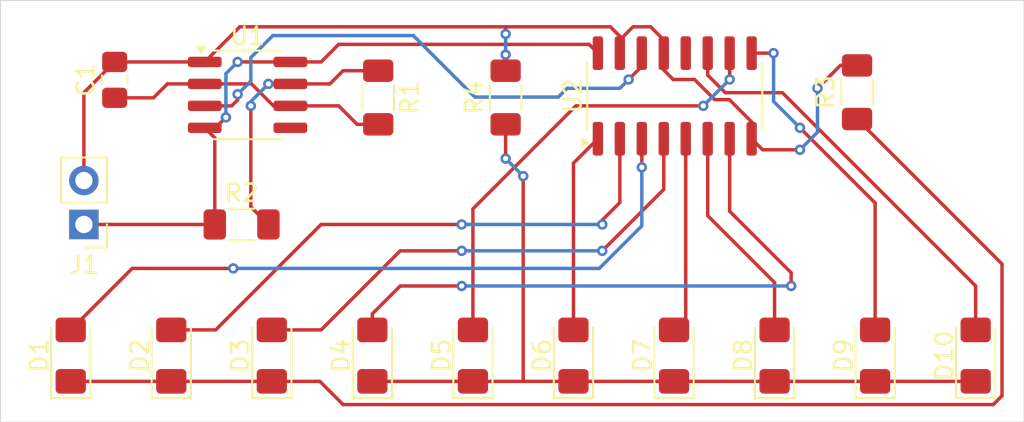
<source format=kicad_pcb>
(kicad_pcb (version 20240108) (generator "pcbnew") (generator_version "8.0")
  (layers (0 "F.Cu" signal) (31 "B.Cu" signal) (34 "B.Paste" user) (35 "F.Paste" user) (36 "B.SilkS" user "B.Silkscreen") (37 "F.SilkS" user "F.Silkscreen") (38 "B.Mask" user) (39 "F.Mask" user) (44 "Edge.Cuts" user))
  (net 0 "")
  (net 1 "GND")
  (net 2 "Net-(U1-THR)")
  (net 3 "Net-(D1-K)")
  (net 4 "Net-(D1-A)")
  (net 5 "Net-(D2-A)")
  (net 6 "Net-(D3-A)")
  (net 7 "Net-(D4-A)")
  (net 8 "Net-(D10-K)")
  (net 9 "Net-(D5-A)")
  (net 10 "Net-(D6-A)")
  (net 11 "Net-(D7-A)")
  (net 12 "Net-(D8-A)")
  (net 13 "Net-(D9-A)")
  (net 14 "Net-(D10-A)")
  (net 15 "+5V")
  (net 16 "Net-(U1-DIS)")
  (net 18 "Net-(U1-Q)")
  (footprint "LED_SMD:LED_1206_3216Metric_Pad1.42x1.75mm_HandSolder" (layer "F.Cu") (at 72.446439 43.9055 90)
    (property "Reference" "D8" (at 0 -1.82 -90) (layer "F.SilkS"))
    (property "Value" "LED")
    (fp_line (start 1.6 -1.135) (end -2.46 -1.135) (stroke (width 0.12)) (layer "F.SilkS"))
    (fp_line (start -2.46 -1.135) (end -2.46 1.135) (stroke (width 0.12)) (layer "F.SilkS"))
    (fp_line (start -2.46 1.135) (end 1.6 1.135) (stroke (width 0.12)) (layer "F.SilkS"))
    (pad "1" smd roundrect (at -1.4875 0 90) (size 1.425 1.75) (layers "F.Cu" "F.Paste" "F.Mask") (roundrect_rratio 0.175439) (net 8 "Net-(D10-K)"))
    (pad "2" smd roundrect (at 1.4875 0 90) (size 1.425 1.75) (layers "F.Cu" "F.Paste" "F.Mask") (roundrect_rratio 0.175439) (net 12 "Net-(D8-A)"))
  )
  (footprint "Resistor_SMD:R_1206_3216Metric_Pad1.30x1.75mm_HandSolder" (layer "F.Cu") (at 56.896 28.982 90)
    (property "Reference" "R4" (at 0 -1.82 -90) (layer "F.SilkS"))
    (property "Value" "320R")
    (fp_line (start -0.727064 -0.91) (end 0.727064 -0.91) (stroke (width 0.12)) (layer "F.SilkS"))
    (fp_line (start -0.727064 0.91) (end 0.727064 0.91) (stroke (width 0.12)) (layer "F.SilkS"))
    (pad "1" smd roundrect (at -1.55 0 90) (size 1.3 1.75) (layers "F.Cu" "F.Paste" "F.Mask") (roundrect_rratio 0.192308) (net 8 "Net-(D10-K)"))
    (pad "2" smd roundrect (at 1.55 0 90) (size 1.3 1.75) (layers "F.Cu" "F.Paste" "F.Mask") (roundrect_rratio 0.192308) (net 1 "GND"))
  )
  (footprint "LED_SMD:LED_1206_3216Metric_Pad1.42x1.75mm_HandSolder" (layer "F.Cu") (at 60.818885 43.9055 90)
    (property "Reference" "D6" (at 0 -1.82 -90) (layer "F.SilkS"))
    (property "Value" "LED")
    (fp_line (start 1.6 -1.135) (end -2.46 -1.135) (stroke (width 0.12)) (layer "F.SilkS"))
    (fp_line (start -2.46 -1.135) (end -2.46 1.135) (stroke (width 0.12)) (layer "F.SilkS"))
    (fp_line (start -2.46 1.135) (end 1.6 1.135) (stroke (width 0.12)) (layer "F.SilkS"))
    (pad "1" smd roundrect (at -1.4875 0 90) (size 1.425 1.75) (layers "F.Cu" "F.Paste" "F.Mask") (roundrect_rratio 0.175439) (net 8 "Net-(D10-K)"))
    (pad "2" smd roundrect (at 1.4875 0 90) (size 1.425 1.75) (layers "F.Cu" "F.Paste" "F.Mask") (roundrect_rratio 0.175439) (net 10 "Net-(D6-A)"))
  )
  (footprint "LED_SMD:LED_1206_3216Metric_Pad1.42x1.75mm_HandSolder" (layer "F.Cu") (at 49.191331 43.9055 90)
    (property "Reference" "D4" (at 0 -1.82 -90) (layer "F.SilkS"))
    (property "Value" "LED")
    (fp_line (start 1.6 -1.135) (end -2.46 -1.135) (stroke (width 0.12)) (layer "F.SilkS"))
    (fp_line (start -2.46 -1.135) (end -2.46 1.135) (stroke (width 0.12)) (layer "F.SilkS"))
    (fp_line (start -2.46 1.135) (end 1.6 1.135) (stroke (width 0.12)) (layer "F.SilkS"))
    (pad "1" smd roundrect (at -1.4875 0 90) (size 1.425 1.75) (layers "F.Cu" "F.Paste" "F.Mask") (roundrect_rratio 0.175439) (net 8 "Net-(D10-K)"))
    (pad "2" smd roundrect (at 1.4875 0 90) (size 1.425 1.75) (layers "F.Cu" "F.Paste" "F.Mask") (roundrect_rratio 0.175439) (net 7 "Net-(D4-A)"))
  )
  (footprint "Package_SO:SOIC-8_3.9x4.9mm_P1.27mm" (layer "F.Cu") (at 41.975 28.829)
    (property "Reference" "U1" (at 0 -3.4 0) (layer "F.SilkS"))
    (property "Value" "NE555P")
    (fp_line (start 0 -2.56) (end -1.95 -2.56) (stroke (width 0.12)) (layer "F.SilkS"))
    (fp_line (start 0 -2.56) (end 1.95 -2.56) (stroke (width 0.12)) (layer "F.SilkS"))
    (fp_line (start 0 2.56) (end -1.95 2.56) (stroke (width 0.12)) (layer "F.SilkS"))
    (fp_line (start 0 2.56) (end 1.95 2.56) (stroke (width 0.12)) (layer "F.SilkS"))
    (fp_poly (pts (xy -2.7 -2.465) (xy -2.94 -2.795) (xy -2.46 -2.795) (xy -2.7 -2.465)) (stroke (width 0.12)) (fill solid) (layer "F.SilkS"))
    (pad "1" smd roundrect (at -2.475 -1.905) (size 1.95 0.6) (layers "F.Cu" "F.Paste" "F.Mask") (net 1 "GND"))
    (pad "2" smd roundrect (at -2.475 -0.635) (size 1.95 0.6) (layers "F.Cu" "F.Paste" "F.Mask") (net 2 "Net-(U1-THR)"))
    (pad "3" smd roundrect (at -2.475 0.635) (size 1.95 0.6) (layers "F.Cu" "F.Paste" "F.Mask") (net 18 "Net-(U1-Q)"))
    (pad "4" smd roundrect (at -2.475 1.905) (size 1.95 0.6) (layers "F.Cu" "F.Paste" "F.Mask") (net 15 "+5V"))
    (pad "5" smd roundrect (at 2.475 1.905) (size 1.95 0.6) (layers "F.Cu" "F.Paste" "F.Mask"))
    (pad "6" smd roundrect (at 2.475 0.635) (size 1.95 0.6) (layers "F.Cu" "F.Paste" "F.Mask") (net 2 "Net-(U1-THR)"))
    (pad "7" smd roundrect (at 2.475 -0.635) (size 1.95 0.6) (layers "F.Cu" "F.Paste" "F.Mask") (net 16 "Net-(U1-DIS)"))
    (pad "8" smd roundrect (at 2.475 -1.905) (size 1.95 0.6) (layers "F.Cu" "F.Paste" "F.Mask") (net 15 "+5V"))
  )
  (footprint "Capacitor_SMD:C_0805_2012Metric_Pad1.18x1.45mm_HandSolder" (layer "F.Cu") (at 34.29 27.9615 90)
    (property "Reference" "C1" (at 0 -1.68 -90) (layer "F.SilkS"))
    (property "Value" "1uF")
    (fp_line (start -0.261252 -0.735) (end 0.261252 -0.735) (stroke (width 0.12)) (layer "F.SilkS"))
    (fp_line (start -0.261252 0.735) (end 0.261252 0.735) (stroke (width 0.12)) (layer "F.SilkS"))
    (pad "1" smd roundrect (at -1.0375 0 90) (size 1.175 1.45) (layers "F.Cu" "F.Paste" "F.Mask") (roundrect_rratio 0.212766) (net 2 "Net-(U1-THR)"))
    (pad "2" smd roundrect (at 1.0375 0 90) (size 1.175 1.45) (layers "F.Cu" "F.Paste" "F.Mask") (roundrect_rratio 0.212766) (net 1 "GND"))
  )
  (footprint "LED_SMD:LED_1206_3216Metric_Pad1.42x1.75mm_HandSolder" (layer "F.Cu") (at 43.377554 43.9055 90)
    (property "Reference" "D3" (at 0 -1.82 -90) (layer "F.SilkS"))
    (property "Value" "LED")
    (fp_line (start 1.6 -1.135) (end -2.46 -1.135) (stroke (width 0.12)) (layer "F.SilkS"))
    (fp_line (start -2.46 -1.135) (end -2.46 1.135) (stroke (width 0.12)) (layer "F.SilkS"))
    (fp_line (start -2.46 1.135) (end 1.6 1.135) (stroke (width 0.12)) (layer "F.SilkS"))
    (pad "1" smd roundrect (at -1.4875 0 90) (size 1.425 1.75) (layers "F.Cu" "F.Paste" "F.Mask") (roundrect_rratio 0.175439) (net 3 "Net-(D1-K)"))
    (pad "2" smd roundrect (at 1.4875 0 90) (size 1.425 1.75) (layers "F.Cu" "F.Paste" "F.Mask") (roundrect_rratio 0.175439) (net 6 "Net-(D3-A)"))
  )
  (footprint "LED_SMD:LED_1206_3216Metric_Pad1.42x1.75mm_HandSolder" (layer "F.Cu") (at 78.260216 43.9055 90)
    (property "Reference" "D9" (at 0 -1.82 -90) (layer "F.SilkS"))
    (property "Value" "LED")
    (fp_line (start 1.6 -1.135) (end -2.46 -1.135) (stroke (width 0.12)) (layer "F.SilkS"))
    (fp_line (start -2.46 -1.135) (end -2.46 1.135) (stroke (width 0.12)) (layer "F.SilkS"))
    (fp_line (start -2.46 1.135) (end 1.6 1.135) (stroke (width 0.12)) (layer "F.SilkS"))
    (pad "1" smd roundrect (at -1.4875 0 90) (size 1.425 1.75) (layers "F.Cu" "F.Paste" "F.Mask") (roundrect_rratio 0.175439) (net 8 "Net-(D10-K)"))
    (pad "2" smd roundrect (at 1.4875 0 90) (size 1.425 1.75) (layers "F.Cu" "F.Paste" "F.Mask") (roundrect_rratio 0.175439) (net 13 "Net-(D9-A)"))
  )
  (footprint "Package_SO:SOIC-16_3.9x9.9mm_P1.27mm" (layer "F.Cu") (at 66.675 28.891 90)
    (property "Reference" "U2" (at 0 -5.9 -90) (layer "F.SilkS"))
    (property "Value" "4017")
    (fp_line (start 0 -5.06) (end 1.95 -5.06) (stroke (width 0.12)) (layer "F.SilkS"))
    (fp_line (start 0 -5.06) (end -1.95 -5.06) (stroke (width 0.12)) (layer "F.SilkS"))
    (fp_line (start 0 5.06) (end 1.95 5.06) (stroke (width 0.12)) (layer "F.SilkS"))
    (fp_line (start 0 5.06) (end -1.95 5.06) (stroke (width 0.12)) (layer "F.SilkS"))
    (fp_poly (pts (xy -2.7 -5.005) (xy -2.94 -5.335) (xy -2.46 -5.335) (xy -2.7 -5.005)) (stroke (width 0.12)) (fill solid) (layer "F.SilkS"))
    (pad "1" smd roundrect (at -2.475 -4.445 90) (size 1.95 0.6) (layers "F.Cu" "F.Paste" "F.Mask") (net 10 "Net-(D6-A)"))
    (pad "2" smd roundrect (at -2.475 -3.175 90) (size 1.95 0.6) (layers "F.Cu" "F.Paste" "F.Mask") (net 5 "Net-(D2-A)"))
    (pad "3" smd roundrect (at -2.475 -1.905 90) (size 1.95 0.6) (layers "F.Cu" "F.Paste" "F.Mask") (net 4 "Net-(D1-A)"))
    (pad "4" smd roundrect (at -2.475 -0.635 90) (size 1.95 0.6) (layers "F.Cu" "F.Paste" "F.Mask") (net 6 "Net-(D3-A)"))
    (pad "5" smd roundrect (at -2.475 0.635 90) (size 1.95 0.6) (layers "F.Cu" "F.Paste" "F.Mask") (net 11 "Net-(D7-A)"))
    (pad "6" smd roundrect (at -2.475 1.905 90) (size 1.95 0.6) (layers "F.Cu" "F.Paste" "F.Mask") (net 12 "Net-(D8-A)"))
    (pad "7" smd roundrect (at -2.475 3.175 90) (size 1.95 0.6) (layers "F.Cu" "F.Paste" "F.Mask") (net 7 "Net-(D4-A)"))
    (pad "8" smd roundrect (at -2.475 4.445 90) (size 1.95 0.6) (layers "F.Cu" "F.Paste" "F.Mask") (net 1 "GND"))
    (pad "9" smd roundrect (at 2.475 4.445 90) (size 1.95 0.6) (layers "F.Cu" "F.Paste" "F.Mask") (net 13 "Net-(D9-A)"))
    (pad "10" smd roundrect (at 2.475 3.175 90) (size 1.95 0.6) (layers "F.Cu" "F.Paste" "F.Mask") (net 9 "Net-(D5-A)"))
    (pad "11" smd roundrect (at 2.475 1.905 90) (size 1.95 0.6) (layers "F.Cu" "F.Paste" "F.Mask") (net 14 "Net-(D10-A)"))
    (pad "12" smd roundrect (at 2.475 0.635 90) (size 1.95 0.6) (layers "F.Cu" "F.Paste" "F.Mask"))
    (pad "13" smd roundrect (at 2.475 -0.635 90) (size 1.95 0.6) (layers "F.Cu" "F.Paste" "F.Mask") (net 1 "GND"))
    (pad "14" smd roundrect (at 2.475 -1.905 90) (size 1.95 0.6) (layers "F.Cu" "F.Paste" "F.Mask") (net 18 "Net-(U1-Q)"))
    (pad "15" smd roundrect (at 2.475 -3.175 90) (size 1.95 0.6) (layers "F.Cu" "F.Paste" "F.Mask") (net 1 "GND"))
    (pad "16" smd roundrect (at 2.475 -4.445 90) (size 1.95 0.6) (layers "F.Cu" "F.Paste" "F.Mask") (net 15 "+5V"))
  )
  (footprint "Resistor_SMD:R_1206_3216Metric_Pad1.30x1.75mm_HandSolder" (layer "F.Cu") (at 77.216 28.676 90)
    (property "Reference" "R3" (at 0 -1.82 -90) (layer "F.SilkS"))
    (property "Value" "150R")
    (fp_line (start -0.727064 -0.91) (end 0.727064 -0.91) (stroke (width 0.12)) (layer "F.SilkS"))
    (fp_line (start -0.727064 0.91) (end 0.727064 0.91) (stroke (width 0.12)) (layer "F.SilkS"))
    (pad "1" smd roundrect (at -1.55 0 90) (size 1.3 1.75) (layers "F.Cu" "F.Paste" "F.Mask") (roundrect_rratio 0.192308) (net 3 "Net-(D1-K)"))
    (pad "2" smd roundrect (at 1.55 0 90) (size 1.3 1.75) (layers "F.Cu" "F.Paste" "F.Mask") (roundrect_rratio 0.192308) (net 1 "GND"))
  )
  (footprint "Resistor_SMD:R_1206_3216Metric_Pad1.30x1.75mm_HandSolder" (layer "F.Cu") (at 41.63 36.322)
    (property "Reference" "R2" (at 0 -1.82 0) (layer "F.SilkS"))
    (property "Value" "1K")
    (fp_line (start -0.727064 -0.91) (end 0.727064 -0.91) (stroke (width 0.12)) (layer "F.SilkS"))
    (fp_line (start -0.727064 0.91) (end 0.727064 0.91) (stroke (width 0.12)) (layer "F.SilkS"))
    (pad "1" smd roundrect (at -1.55 0) (size 1.3 1.75) (layers "F.Cu" "F.Paste" "F.Mask") (roundrect_rratio 0.192308) (net 15 "+5V"))
    (pad "2" smd roundrect (at 1.55 0) (size 1.3 1.75) (layers "F.Cu" "F.Paste" "F.Mask") (roundrect_rratio 0.192308) (net 16 "Net-(U1-DIS)"))
  )
  (footprint "Connector_PinHeader_2.54mm:PinHeader_1x02_P2.54mm_Vertical" (layer "F.Cu") (at 32.512 36.322 180)
    (property "Reference" "J1" (at 0 -2.33 180) (layer "F.SilkS"))
    (property "Value" "Conn_01x02")
    (fp_line (start 1.33 1.27) (end 1.33 3.87) (stroke (width 0.12)) (layer "F.SilkS"))
    (fp_line (start -1.33 3.87) (end 1.33 3.87) (stroke (width 0.12)) (layer "F.SilkS"))
    (fp_line (start -1.33 1.27) (end 1.33 1.27) (stroke (width 0.12)) (layer "F.SilkS"))
    (fp_line (start -1.33 1.27) (end -1.33 3.87) (stroke (width 0.12)) (layer "F.SilkS"))
    (fp_line (start -1.33 0) (end -1.33 -1.33) (stroke (width 0.12)) (layer "F.SilkS"))
    (fp_line (start -1.33 -1.33) (end 0 -1.33) (stroke (width 0.12)) (layer "F.SilkS"))
    (pad "1" thru_hole rect (at 0 0 180) (size 1.7 1.7) (drill 1) (layers "*.Cu" "*.Mask") (net 15 "+5V"))
    (pad "2" thru_hole oval (at 0 2.54 180) (size 1.7 1.7) (drill 1) (layers "*.Cu" "*.Mask") (net 1 "GND"))
  )
  (footprint "LED_SMD:LED_1206_3216Metric_Pad1.42x1.75mm_HandSolder" (layer "F.Cu") (at 55.005108 43.9055 90)
    (property "Reference" "D5" (at 0 -1.82 -90) (layer "F.SilkS"))
    (property "Value" "LED")
    (fp_line (start 1.6 -1.135) (end -2.46 -1.135) (stroke (width 0.12)) (layer "F.SilkS"))
    (fp_line (start -2.46 -1.135) (end -2.46 1.135) (stroke (width 0.12)) (layer "F.SilkS"))
    (fp_line (start -2.46 1.135) (end 1.6 1.135) (stroke (width 0.12)) (layer "F.SilkS"))
    (pad "1" smd roundrect (at -1.4875 0 90) (size 1.425 1.75) (layers "F.Cu" "F.Paste" "F.Mask") (roundrect_rratio 0.175439) (net 8 "Net-(D10-K)"))
    (pad "2" smd roundrect (at 1.4875 0 90) (size 1.425 1.75) (layers "F.Cu" "F.Paste" "F.Mask") (roundrect_rratio 0.175439) (net 9 "Net-(D5-A)"))
  )
  (footprint "LED_SMD:LED_1206_3216Metric_Pad1.42x1.75mm_HandSolder" (layer "F.Cu") (at 37.563777 43.9055 90)
    (property "Reference" "D2" (at 0 -1.82 -90) (layer "F.SilkS"))
    (property "Value" "LED")
    (fp_line (start 1.6 -1.135) (end -2.46 -1.135) (stroke (width 0.12)) (layer "F.SilkS"))
    (fp_line (start -2.46 -1.135) (end -2.46 1.135) (stroke (width 0.12)) (layer "F.SilkS"))
    (fp_line (start -2.46 1.135) (end 1.6 1.135) (stroke (width 0.12)) (layer "F.SilkS"))
    (pad "1" smd roundrect (at -1.4875 0 90) (size 1.425 1.75) (layers "F.Cu" "F.Paste" "F.Mask") (roundrect_rratio 0.175439) (net 3 "Net-(D1-K)"))
    (pad "2" smd roundrect (at 1.4875 0 90) (size 1.425 1.75) (layers "F.Cu" "F.Paste" "F.Mask") (roundrect_rratio 0.175439) (net 5 "Net-(D2-A)"))
  )
  (footprint "LED_SMD:LED_1206_3216Metric_Pad1.42x1.75mm_HandSolder" (layer "F.Cu") (at 31.75 43.9055 90)
    (property "Reference" "D1" (at 0 -1.82 -90) (layer "F.SilkS"))
    (property "Value" "LED's")
    (fp_line (start 1.6 -1.135) (end -2.46 -1.135) (stroke (width 0.12)) (layer "F.SilkS"))
    (fp_line (start -2.46 -1.135) (end -2.46 1.135) (stroke (width 0.12)) (layer "F.SilkS"))
    (fp_line (start -2.46 1.135) (end 1.6 1.135) (stroke (width 0.12)) (layer "F.SilkS"))
    (pad "1" smd roundrect (at -1.4875 0 90) (size 1.425 1.75) (layers "F.Cu" "F.Paste" "F.Mask") (roundrect_rratio 0.175439) (net 3 "Net-(D1-K)"))
    (pad "2" smd roundrect (at 1.4875 0 90) (size 1.425 1.75) (layers "F.Cu" "F.Paste" "F.Mask") (roundrect_rratio 0.175439) (net 4 "Net-(D1-A)"))
  )
  (footprint "LED_SMD:LED_1206_3216Metric_Pad1.42x1.75mm_HandSolder" (layer "F.Cu") (at 66.632662 43.9055 90)
    (property "Reference" "D7" (at 0 -1.82 -90) (layer "F.SilkS"))
    (property "Value" "LED")
    (fp_line (start 1.6 -1.135) (end -2.46 -1.135) (stroke (width 0.12)) (layer "F.SilkS"))
    (fp_line (start -2.46 -1.135) (end -2.46 1.135) (stroke (width 0.12)) (layer "F.SilkS"))
    (fp_line (start -2.46 1.135) (end 1.6 1.135) (stroke (width 0.12)) (layer "F.SilkS"))
    (pad "1" smd roundrect (at -1.4875 0 90) (size 1.425 1.75) (layers "F.Cu" "F.Paste" "F.Mask") (roundrect_rratio 0.175439) (net 8 "Net-(D10-K)"))
    (pad "2" smd roundrect (at 1.4875 0 90) (size 1.425 1.75) (layers "F.Cu" "F.Paste" "F.Mask") (roundrect_rratio 0.175439) (net 11 "Net-(D7-A)"))
  )
  (footprint "LED_SMD:LED_1206_3216Metric_Pad1.42x1.75mm_HandSolder" (layer "F.Cu") (at 84.074 43.9055 90)
    (property "Reference" "D10" (at 0 -1.82 -90) (layer "F.SilkS"))
    (property "Value" "LED")
    (fp_line (start 1.6 -1.135) (end -2.46 -1.135) (stroke (width 0.12)) (layer "F.SilkS"))
    (fp_line (start -2.46 -1.135) (end -2.46 1.135) (stroke (width 0.12)) (layer "F.SilkS"))
    (fp_line (start -2.46 1.135) (end 1.6 1.135) (stroke (width 0.12)) (layer "F.SilkS"))
    (pad "1" smd roundrect (at -1.4875 0 90) (size 1.425 1.75) (layers "F.Cu" "F.Paste" "F.Mask") (roundrect_rratio 0.175439) (net 8 "Net-(D10-K)"))
    (pad "2" smd roundrect (at 1.4875 0 90) (size 1.425 1.75) (layers "F.Cu" "F.Paste" "F.Mask") (roundrect_rratio 0.175439) (net 14 "Net-(D10-A)"))
  )
  (footprint "Resistor_SMD:R_1206_3216Metric_Pad1.30x1.75mm_HandSolder" (layer "F.Cu") (at 49.53 28.982 -90)
    (property "Reference" "R1" (at 0 -1.82 90) (layer "F.SilkS"))
    (property "Value" "47K")
    (fp_line (start -0.727064 0.91) (end 0.727064 0.91) (stroke (width 0.12)) (layer "F.SilkS"))
    (fp_line (start -0.727064 -0.91) (end 0.727064 -0.91) (stroke (width 0.12)) (layer "F.SilkS"))
    (pad "1" smd roundrect (at -1.55 0 270) (size 1.3 1.75) (layers "F.Cu" "F.Paste" "F.Mask") (roundrect_rratio 0.192308) (net 16 "Net-(U1-DIS)"))
    (pad "2" smd roundrect (at 1.55 0 270) (size 1.3 1.75) (layers "F.Cu" "F.Paste" "F.Mask") (roundrect_rratio 0.192308) (net 2 "Net-(U1-THR)"))
  )
  (gr_rect (start 27.686 23.368) (end 86.868 47.752) (stroke (width 0.05)) (fill none) (layer "Edge.Cuts"))
  (segment (start 65.278 24.892) (end 66.04 25.654) (width 0.2) (layer "F.Cu") (net 1))
  (segment (start 66.589001 27.94) (end 66.04 27.390999) (width 0.2) (layer "F.Cu") (net 1))
  (segment (start 63.5 25.441001) (end 62.950999 24.892) (width 0.2) (layer "F.Cu") (net 1))
  (segment (start 73.914 32.004) (end 71.758 32.004) (width 0.2) (layer "F.Cu") (net 1))
  (segment (start 56.896 27.432) (end 56.896 26.508) (width 0.2) (layer "F.Cu") (net 1))
  (segment (start 64.262 24.892) (end 65.278 24.892) (width 0.2) (layer "F.Cu") (net 1))
  (segment (start 63.5 25.654) (end 64.262 24.892) (width 0.2) (layer "F.Cu") (net 1))
  (segment (start 77.216 27.126) (end 76.252 27.126) (width 0.2) (layer "F.Cu") (net 1))
  (segment (start 56.896 25.308) (end 56.896 24.892) (width 0.2) (layer "F.Cu") (net 1))
  (segment (start 41.532 24.892) (end 39.5 26.924) (width 0.2) (layer "F.Cu") (net 1))
  (segment (start 63.5 26.416) (end 63.5 25.441001) (width 0.2) (layer "F.Cu") (net 1))
  (segment (start 62.950999 24.892) (end 56.896 24.892) (width 0.2) (layer "F.Cu") (net 1))
  (segment (start 56.896 24.892) (end 41.532 24.892) (width 0.2) (layer "F.Cu") (net 1))
  (segment (start 32.512 33.782) (end 32.512 28.702) (width 0.2) (layer "F.Cu") (net 1))
  (segment (start 71.12 30.391001) (end 69.830999 29.102) (width 0.2) (layer "F.Cu") (net 1))
  (segment (start 71.12 31.366) (end 71.12 30.391001) (width 0.2) (layer "F.Cu") (net 1))
  (segment (start 66.04 25.654) (end 66.04 26.416) (width 0.2) (layer "F.Cu") (net 1))
  (segment (start 68.98 29.102) (end 67.818 27.94) (width 0.2) (layer "F.Cu") (net 1))
  (segment (start 69.830999 29.102) (end 68.98 29.102) (width 0.2) (layer "F.Cu") (net 1))
  (segment (start 63.5 26.416) (end 63.5 25.654) (width 0.2) (layer "F.Cu") (net 1))
  (segment (start 76.252 27.126) (end 74.93 28.448) (width 0.2) (layer "F.Cu") (net 1))
  (segment (start 67.818 27.94) (end 66.589001 27.94) (width 0.2) (layer "F.Cu") (net 1))
  (segment (start 71.758 32.004) (end 71.12 31.366) (width 0.2) (layer "F.Cu") (net 1))
  (segment (start 39.5 26.924) (end 34.29 26.924) (width 0.2) (layer "F.Cu") (net 1))
  (segment (start 32.512 28.702) (end 34.29 26.924) (width 0.2) (layer "F.Cu") (net 1))
  (segment (start 66.04 27.390999) (end 66.04 26.416) (width 0.2) (layer "F.Cu") (net 1))
  (via (at 73.914 32.004) (size 0.6) (drill 0.3) (layers "F.Cu" "B.Cu") (net 1))
  (via (at 56.896 26.508) (size 0.6) (drill 0.3) (layers "F.Cu" "B.Cu") (net 1))
  (via (at 56.896 25.308) (size 0.6) (drill 0.3) (layers "F.Cu" "B.Cu") (net 1))
  (via (at 74.93 28.448) (size 0.6) (drill 0.3) (layers "F.Cu" "B.Cu") (net 1))
  (segment (start 74.93 28.448) (end 74.93 30.988) (width 0.2) (layer "B.Cu") (net 1))
  (segment (start 56.896 26.508) (end 56.896 25.308) (width 0.2) (layer "B.Cu") (net 1))
  (segment (start 74.93 30.988) (end 73.914 32.004) (width 0.2) (layer "B.Cu") (net 1))
  (segment (start 36.533 28.999) (end 37.338 28.194) (width 0.2) (layer "F.Cu") (net 2))
  (segment (start 47.244 29.464) (end 44.45 29.464) (width 0.2) (layer "F.Cu") (net 2))
  (segment (start 49.53 30.532) (end 48.312 30.532) (width 0.2) (layer "F.Cu") (net 2))
  (segment (start 42.205001 28.194) (end 39.5 28.194) (width 0.2) (layer "F.Cu") (net 2))
  (segment (start 34.29 28.999) (end 36.533 28.999) (width 0.2) (layer "F.Cu") (net 2))
  (segment (start 48.312 30.532) (end 47.244 29.464) (width 0.2) (layer "F.Cu") (net 2))
  (segment (start 37.338 28.194) (end 39.5 28.194) (width 0.2) (layer "F.Cu") (net 2))
  (segment (start 43.475001 29.464) (end 42.205001 28.194) (width 0.2) (layer "F.Cu") (net 2))
  (segment (start 44.45 29.464) (end 43.475001 29.464) (width 0.2) (layer "F.Cu") (net 2))
  (segment (start 85.598 46.228) (end 85.598 38.608) (width 0.2) (layer "F.Cu") (net 3))
  (segment (start 43.377554 45.393) (end 46.155 45.393) (width 0.2) (layer "F.Cu") (net 3))
  (segment (start 47.498 46.736) (end 85.09 46.736) (width 0.2) (layer "F.Cu") (net 3))
  (segment (start 31.75 45.393) (end 37.563777 45.393) (width 0.2) (layer "F.Cu") (net 3))
  (segment (start 85.598 38.608) (end 77.216 30.226) (width 0.2) (layer "F.Cu") (net 3))
  (segment (start 46.155 45.393) (end 47.498 46.736) (width 0.2) (layer "F.Cu") (net 3))
  (segment (start 43.377554 45.393) (end 37.563777 45.393) (width 0.2) (layer "F.Cu") (net 3))
  (segment (start 85.09 46.736) (end 85.598 46.228) (width 0.2) (layer "F.Cu") (net 3))
  (segment (start 35.306 38.862) (end 41.148 38.862) (width 0.2) (layer "F.Cu") (net 4))
  (segment (start 64.77 33.02) (end 64.77 31.366) (width 0.2) (layer "F.Cu") (net 4))
  (segment (start 31.75 42.418) (end 35.306 38.862) (width 0.2) (layer "F.Cu") (net 4))
  (via (at 64.77 33.02) (size 0.6) (drill 0.3) (layers "F.Cu" "B.Cu") (net 4))
  (via (at 41.148 38.862) (size 0.6) (drill 0.3) (layers "F.Cu" "B.Cu") (net 4))
  (segment (start 62.316529 38.862) (end 64.77 36.408529) (width 0.2) (layer "B.Cu") (net 4))
  (segment (start 41.148 38.862) (end 62.316529 38.862) (width 0.2) (layer "B.Cu") (net 4))
  (segment (start 64.77 36.408529) (end 64.77 33.02) (width 0.2) (layer "B.Cu") (net 4))
  (segment (start 40.132 42.418) (end 46.228 36.322) (width 0.2) (layer "F.Cu") (net 5))
  (segment (start 62.484 36.068) (end 63.5 35.052) (width 0.2) (layer "F.Cu") (net 5))
  (segment (start 63.5 35.052) (end 63.5 31.366) (width 0.2) (layer "F.Cu") (net 5))
  (segment (start 37.563777 42.418) (end 40.132 42.418) (width 0.2) (layer "F.Cu") (net 5))
  (segment (start 62.484 36.322) (end 62.484 36.068) (width 0.2) (layer "F.Cu") (net 5))
  (segment (start 46.228 36.322) (end 54.356 36.322) (width 0.2) (layer "F.Cu") (net 5))
  (via (at 54.356 36.322) (size 0.6) (drill 0.3) (layers "F.Cu" "B.Cu") (net 5))
  (via (at 62.484 36.322) (size 0.6) (drill 0.3) (layers "F.Cu" "B.Cu") (net 5))
  (segment (start 54.356 36.322) (end 62.484 36.322) (width 0.2) (layer "B.Cu") (net 5))
  (segment (start 50.8 37.846) (end 54.356 37.846) (width 0.2) (layer "F.Cu") (net 6))
  (segment (start 66.04 34.29) (end 66.04 31.366) (width 0.2) (layer "F.Cu") (net 6))
  (segment (start 62.484 37.846) (end 66.04 34.29) (width 0.2) (layer "F.Cu") (net 6))
  (segment (start 43.377554 42.418) (end 46.228 42.418) (width 0.2) (layer "F.Cu") (net 6))
  (segment (start 46.228 42.418) (end 50.8 37.846) (width 0.2) (layer "F.Cu") (net 6))
  (via (at 54.356 37.846) (size 0.6) (drill 0.3) (layers "F.Cu" "B.Cu") (net 6))
  (via (at 62.484 37.846) (size 0.6) (drill 0.3) (layers "F.Cu" "B.Cu") (net 6))
  (segment (start 54.356 37.846) (end 62.484 37.846) (width 0.2) (layer "B.Cu") (net 6))
  (segment (start 69.85 35.56) (end 69.85 31.366) (width 0.2) (layer "F.Cu") (net 7))
  (segment (start 73.406 39.116) (end 69.85 35.56) (width 0.2) (layer "F.Cu") (net 7))
  (segment (start 50.8 39.878) (end 54.356 39.878) (width 0.2) (layer "F.Cu") (net 7))
  (segment (start 49.191331 41.486669) (end 50.8 39.878) (width 0.2) (layer "F.Cu") (net 7))
  (segment (start 49.191331 42.418) (end 49.191331 41.486669) (width 0.2) (layer "F.Cu") (net 7))
  (segment (start 73.406 39.878) (end 73.406 39.116) (width 0.2) (layer "F.Cu") (net 7))
  (via (at 73.406 39.878) (size 0.6) (drill 0.3) (layers "F.Cu" "B.Cu") (net 7))
  (via (at 54.356 39.878) (size 0.6) (drill 0.3) (layers "F.Cu" "B.Cu") (net 7))
  (segment (start 54.356 39.878) (end 73.406 39.878) (width 0.2) (layer "B.Cu") (net 7))
  (segment (start 49.191331 45.393) (end 55.005108 45.393) (width 0.2) (layer "F.Cu") (net 8))
  (segment (start 66.632662 45.393) (end 72.446439 45.393) (width 0.2) (layer "F.Cu") (net 8))
  (segment (start 55.005108 45.393) (end 57.912 45.393) (width 0.2) (layer "F.Cu") (net 8))
  (segment (start 84.074 45.393) (end 78.260216 45.393) (width 0.2) (layer "F.Cu") (net 8))
  (segment (start 78.260216 45.393) (end 72.446439 45.393) (width 0.2) (layer "F.Cu") (net 8))
  (segment (start 57.912 45.393) (end 60.818885 45.393) (width 0.2) (layer "F.Cu") (net 8))
  (segment (start 56.896 30.532) (end 56.896 32.512) (width 0.2) (layer "F.Cu") (net 8))
  (segment (start 60.818885 45.393) (end 66.632662 45.393) (width 0.2) (layer "F.Cu") (net 8))
  (segment (start 57.912 33.528) (end 57.912 45.393) (width 0.2) (layer "F.Cu") (net 8))
  (via (at 57.912 33.528) (size 0.6) (drill 0.3) (layers "F.Cu" "B.Cu") (net 8))
  (via (at 56.896 32.512) (size 0.6) (drill 0.3) (layers "F.Cu" "B.Cu") (net 8))
  (segment (start 56.896 32.512) (end 57.912 33.528) (width 0.2) (layer "B.Cu") (net 8))
  (segment (start 55.005108 42.418) (end 55.005108 35.418892) (width 0.2) (layer "F.Cu") (net 9))
  (segment (start 60.96 29.464) (end 68.326 29.464) (width 0.2) (layer "F.Cu") (net 9))
  (segment (start 69.85 27.94) (end 69.85 26.416) (width 0.2) (layer "F.Cu") (net 9))
  (segment (start 55.005108 35.418892) (end 60.96 29.464) (width 0.2) (layer "F.Cu") (net 9))
  (via (at 69.85 27.94) (size 0.6) (drill 0.3) (layers "F.Cu" "B.Cu") (net 9))
  (via (at 68.326 29.464) (size 0.6) (drill 0.3) (layers "F.Cu" "B.Cu") (net 9))
  (segment (start 68.326 29.464) (end 69.85 27.94) (width 0.2) (layer "B.Cu") (net 9))
  (segment (start 60.818885 32.777115) (end 62.23 31.366) (width 0.2) (layer "F.Cu") (net 10))
  (segment (start 60.818885 42.418) (end 60.818885 32.777115) (width 0.2) (layer "F.Cu") (net 10))
  (segment (start 67.31 41.740662) (end 67.31 31.366) (width 0.2) (layer "F.Cu") (net 11))
  (segment (start 66.632662 42.418) (end 67.31 41.740662) (width 0.2) (layer "F.Cu") (net 11))
  (segment (start 72.446439 39.680439) (end 68.58 35.814) (width 0.2) (layer "F.Cu") (net 12))
  (segment (start 72.446439 42.418) (end 72.446439 39.680439) (width 0.2) (layer "F.Cu") (net 12))
  (segment (start 68.58 35.814) (end 68.58 31.366) (width 0.2) (layer "F.Cu") (net 12))
  (segment (start 78.260216 35.080216) (end 73.914 30.734) (width 0.2) (layer "F.Cu") (net 13))
  (segment (start 72.39 26.416) (end 71.12 26.416) (width 0.2) (layer "F.Cu") (net 13))
  (segment (start 78.260216 42.418) (end 78.260216 35.080216) (width 0.2) (layer "F.Cu") (net 13))
  (via (at 73.914 30.734) (size 0.6) (drill 0.3) (layers "F.Cu" "B.Cu") (net 13))
  (via (at 72.39 26.416) (size 0.6) (drill 0.3) (layers "F.Cu" "B.Cu") (net 13))
  (segment (start 72.39 29.21) (end 72.39 26.416) (width 0.2) (layer "B.Cu") (net 13))
  (segment (start 73.914 30.734) (end 72.39 29.21) (width 0.2) (layer "B.Cu") (net 13))
  (segment (start 68.58 26.416) (end 68.58 27.686) (width 0.2) (layer "F.Cu") (net 14))
  (segment (start 69.596 28.702) (end 72.898 28.702) (width 0.2) (layer "F.Cu") (net 14))
  (segment (start 68.58 27.686) (end 69.596 28.702) (width 0.2) (layer "F.Cu") (net 14))
  (segment (start 84.074 39.878) (end 84.074 42.418) (width 0.2) (layer "F.Cu") (net 14))
  (segment (start 72.898 28.702) (end 84.074 39.878) (width 0.2) (layer "F.Cu") (net 14))
  (segment (start 40.118456 30.734) (end 40.722653 30.129803) (width 0.2) (layer "F.Cu") (net 15))
  (segment (start 40.08 31.314) (end 39.5 30.734) (width 0.2) (layer "F.Cu") (net 15))
  (segment (start 44.45 26.924) (end 46.228 26.924) (width 0.2) (layer "F.Cu") (net 15))
  (segment (start 32.512 36.322) (end 40.08 36.322) (width 0.2) (layer "F.Cu") (net 15))
  (segment (start 41.402 26.924) (end 44.45 26.924) (width 0.2) (layer "F.Cu") (net 15))
  (segment (start 46.228 26.924) (end 47.244 25.908) (width 0.2) (layer "F.Cu") (net 15))
  (segment (start 39.5 30.734) (end 40.118456 30.734) (width 0.2) (layer "F.Cu") (net 15))
  (segment (start 40.08 36.322) (end 40.08 31.314) (width 0.2) (layer "F.Cu") (net 15))
  (segment (start 47.244 25.908) (end 61.722 25.908) (width 0.2) (layer "F.Cu") (net 15))
  (segment (start 61.722 25.908) (end 62.23 26.416) (width 0.2) (layer "F.Cu") (net 15))
  (via (at 40.722653 30.129803) (size 0.6) (drill 0.3) (layers "F.Cu" "B.Cu") (net 15))
  (via (at 41.402 26.924) (size 0.6) (drill 0.3) (layers "F.Cu" "B.Cu") (net 15))
  (segment (start 40.722653 27.603347) (end 41.402 26.924) (width 0.2) (layer "B.Cu") (net 15))
  (segment (start 40.722653 30.129803) (end 40.722653 27.603347) (width 0.2) (layer "B.Cu") (net 15))
  (segment (start 42.164 35.306) (end 42.164 29.464) (width 0.2) (layer "F.Cu") (net 16))
  (segment (start 47.498 27.432) (end 46.736 28.194) (width 0.2) (layer "F.Cu") (net 16))
  (segment (start 49.53 27.432) (end 47.498 27.432) (width 0.2) (layer "F.Cu") (net 16))
  (segment (start 46.736 28.194) (end 44.45 28.194) (width 0.2) (layer "F.Cu") (net 16))
  (segment (start 43.18 36.322) (end 42.164 35.306) (width 0.2) (layer "F.Cu") (net 16))
  (segment (start 43.18 28.194) (end 44.45 28.194) (width 0.2) (layer "F.Cu") (net 16))
  (via (at 43.18 28.194) (size 0.6) (drill 0.3) (layers "F.Cu" "B.Cu") (net 16))
  (via (at 42.164 29.464) (size 0.6) (drill 0.3) (layers "F.Cu" "B.Cu") (net 16))
  (segment (start 42.164 29.464) (end 42.164 29.21) (width 0.2) (layer "B.Cu") (net 16))
  (segment (start 42.164 29.21) (end 43.18 28.194) (width 0.2) (layer "B.Cu") (net 16))
  (segment (start 39.5 29.464) (end 41.056 29.464) (width 0.2) (layer "F.Cu") (net 18))
  (segment (start 64.008 27.94) (end 64.77 27.178) (width 0.2) (layer "F.Cu") (net 18))
  (segment (start 64.77 27.178) (end 64.77 26.416) (width 0.2) (layer "F.Cu") (net 18))
  (segment (start 41.402 29.118) (end 41.402 28.794) (width 0.2) (layer "F.Cu") (net 18))
  (segment (start 41.056 29.464) (end 41.402 29.118) (width 0.2) (layer "F.Cu") (net 18))
  (via (at 41.402 28.794) (size 0.6) (drill 0.3) (layers "F.Cu" "B.Cu") (net 18))
  (via (at 64.008 27.94) (size 0.6) (drill 0.3) (layers "F.Cu" "B.Cu") (net 18))
  (segment (start 51.562 25.4) (end 55.118 28.956) (width 0.2) (layer "B.Cu") (net 18))
  (segment (start 55.118 28.956) (end 59.944 28.956) (width 0.2) (layer "B.Cu") (net 18))
  (segment (start 42.164 26.67) (end 43.434 25.4) (width 0.2) (layer "B.Cu") (net 18))
  (segment (start 42.164 28.032) (end 42.164 26.67) (width 0.2) (layer "B.Cu") (net 18))
  (segment (start 63.5 28.448) (end 64.008 27.94) (width 0.2) (layer "B.Cu") (net 18))
  (segment (start 43.434 25.4) (end 51.562 25.4) (width 0.2) (layer "B.Cu") (net 18))
  (segment (start 41.402 28.794) (end 42.164 28.032) (width 0.2) (layer "B.Cu") (net 18))
  (segment (start 60.452 28.448) (end 63.5 28.448) (width 0.2) (layer "B.Cu") (net 18))
  (segment (start 59.944 28.956) (end 60.452 28.448) (width 0.2) (layer "B.Cu") (net 18))
)
</source>
